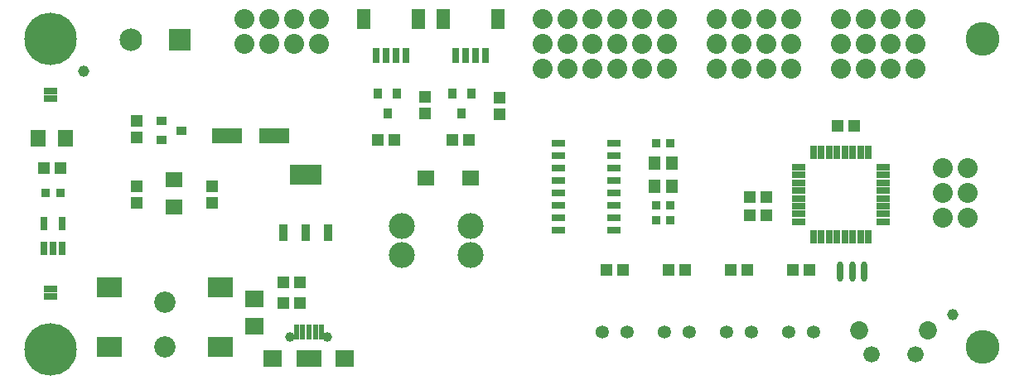
<source format=gts>
G04 #@! TF.FileFunction,Soldermask,Top*
%FSLAX46Y46*%
G04 Gerber Fmt 4.6, Leading zero omitted, Abs format (unit mm)*
G04 Created by KiCad (PCBNEW 4.0.6) date 08/03/17 16:45:26*
%MOMM*%
%LPD*%
G01*
G04 APERTURE LIST*
%ADD10C,0.100000*%
%ADD11R,1.252220X1.150620*%
%ADD12R,1.351280X0.751840*%
%ADD13R,0.952400X0.902400*%
%ADD14R,0.701040X1.351280*%
%ADD15R,1.150620X1.252220*%
%ADD16R,0.949960X1.051560*%
%ADD17R,0.551180X1.600200*%
%ADD18R,1.950720X1.651000*%
%ADD19R,2.651760X1.651000*%
%ADD20C,1.000760*%
%ADD21R,2.550160X2.151380*%
%ADD22C,2.184400*%
%ADD23R,1.676400X1.620520*%
%ADD24R,3.152140X1.551940*%
%ADD25R,0.965200X1.676400*%
%ADD26R,3.276600X2.057400*%
%ADD27R,1.051560X0.949960*%
%ADD28O,0.601980X2.057400*%
%ADD29C,2.032000*%
%ADD30C,2.652400*%
%ADD31C,1.852400*%
%ADD32C,1.676400*%
%ADD33R,1.750060X1.551940*%
%ADD34R,1.551940X1.750060*%
%ADD35C,1.352400*%
%ADD36C,3.454400*%
%ADD37C,1.150620*%
%ADD38R,0.711200X1.422400*%
%ADD39R,1.422400X0.711200*%
%ADD40R,1.252220X1.351280*%
%ADD41R,0.751840X1.501140*%
%ADD42R,1.351280X2.151380*%
%ADD43R,2.302400X2.302400*%
%ADD44C,2.302400*%
%ADD45R,1.422400X0.787400*%
%ADD46C,5.352400*%
%ADD47C,0.652400*%
%ADD48R,1.950720X1.750060*%
G04 APERTURE END LIST*
D10*
D11*
X179999640Y-106172000D03*
X181696360Y-106172000D03*
X175346360Y-106172000D03*
X173649640Y-106172000D03*
D12*
X161676080Y-102108000D03*
X161676080Y-100838000D03*
X161676080Y-99568000D03*
X161676080Y-98298000D03*
X161676080Y-97028000D03*
X161676080Y-95758000D03*
X161676080Y-94488000D03*
X161676080Y-93218000D03*
X156077920Y-93218000D03*
X156077920Y-94488000D03*
X156077920Y-95758000D03*
X156077920Y-97028000D03*
X156077920Y-98298000D03*
X156077920Y-99568000D03*
X156077920Y-100838000D03*
X156077920Y-102108000D03*
D11*
X160949640Y-106172000D03*
X162646360Y-106172000D03*
X168996360Y-106172000D03*
X167299640Y-106172000D03*
X186268360Y-91440000D03*
X184571640Y-91440000D03*
X177292000Y-100584000D03*
X175595280Y-100584000D03*
X175595280Y-98679000D03*
X177292000Y-98679000D03*
D13*
X166001000Y-101092000D03*
X167501000Y-101092000D03*
X167501000Y-99568000D03*
X166001000Y-99568000D03*
D14*
X103418640Y-103964740D03*
X104368600Y-103964740D03*
X105316020Y-103964740D03*
X105316020Y-101368860D03*
X103418640Y-101368860D03*
D13*
X105156000Y-98298000D03*
X103656000Y-98298000D03*
X166001000Y-93218000D03*
X167501000Y-93218000D03*
D11*
X137607040Y-92837000D03*
X139303760Y-92837000D03*
D15*
X142392400Y-90170000D03*
X142392400Y-88473280D03*
D11*
X145201640Y-92837000D03*
X146898360Y-92837000D03*
D15*
X149987000Y-90195400D03*
X149987000Y-88498680D03*
D16*
X147111720Y-88087200D03*
X145211800Y-88087200D03*
X146161760Y-90185240D03*
X139506960Y-88074500D03*
X137607040Y-88074500D03*
X138557000Y-90172540D03*
D11*
X127929640Y-109524800D03*
X129626360Y-109524800D03*
X129626360Y-107442000D03*
X127929640Y-107442000D03*
D17*
X130543300Y-112466120D03*
X129895600Y-112466120D03*
X131841240Y-112466120D03*
X131191000Y-112466120D03*
D18*
X126860300Y-115189000D03*
X134226300Y-115189000D03*
D19*
X130543300Y-115189000D03*
D17*
X129245360Y-112466120D03*
D20*
X128643380Y-112989360D03*
X132443220Y-112989360D03*
D21*
X121523760Y-114046000D03*
X121523760Y-107947460D03*
X110124240Y-114046000D03*
X110124240Y-107947460D03*
D22*
X115824000Y-114046000D03*
X115824000Y-109474000D03*
D23*
X147055840Y-96774000D03*
X142504160Y-96774000D03*
D24*
X127000000Y-92456000D03*
X122204480Y-92456000D03*
D25*
X127904240Y-102334060D03*
X130175000Y-102334060D03*
X132461000Y-102334060D03*
D26*
X130175000Y-96395540D03*
D15*
X120650000Y-99273360D03*
X120650000Y-97576640D03*
X112903000Y-97576640D03*
X112903000Y-99273360D03*
D27*
X115443000Y-90932000D03*
X115443000Y-92829380D03*
X117541040Y-91881960D03*
D15*
X112903000Y-90932000D03*
X112903000Y-92628720D03*
D11*
X105156000Y-95758000D03*
X103459280Y-95758000D03*
D28*
X184856120Y-106299000D03*
X186055000Y-106299000D03*
X187253880Y-106299000D03*
D29*
X184912000Y-85598000D03*
X187452000Y-85598000D03*
X189992000Y-85598000D03*
X192532000Y-85598000D03*
X184912000Y-83058000D03*
X187452000Y-83058000D03*
X189992000Y-83058000D03*
X192532000Y-83058000D03*
X184912000Y-80518000D03*
X187452000Y-80518000D03*
X189992000Y-80518000D03*
X192532000Y-80518000D03*
X172212000Y-85598000D03*
X174752000Y-85598000D03*
X177292000Y-85598000D03*
X179832000Y-85598000D03*
X172212000Y-83058000D03*
X174752000Y-83058000D03*
X177292000Y-83058000D03*
X179832000Y-83058000D03*
X172212000Y-80518000D03*
X174752000Y-80518000D03*
X177292000Y-80518000D03*
X179832000Y-80518000D03*
X154432000Y-85598000D03*
X156972000Y-85598000D03*
X159512000Y-85598000D03*
X162052000Y-85598000D03*
X164592000Y-85598000D03*
X167132000Y-85598000D03*
X154432000Y-83058000D03*
X156972000Y-83058000D03*
X159512000Y-83058000D03*
X162052000Y-83058000D03*
X164592000Y-83058000D03*
X167132000Y-83058000D03*
X154432000Y-80518000D03*
X156972000Y-80518000D03*
X159512000Y-80518000D03*
X162052000Y-80518000D03*
X164592000Y-80518000D03*
X167132000Y-80518000D03*
X123952000Y-83058000D03*
X126492000Y-83058000D03*
X129032000Y-83058000D03*
X131572000Y-83058000D03*
X131572000Y-80518000D03*
X129032000Y-80518000D03*
X126492000Y-80518000D03*
X123952000Y-80518000D03*
D30*
X147066000Y-101648000D03*
X140066000Y-101648000D03*
X147066000Y-104648000D03*
X140066000Y-104648000D03*
D31*
X193782000Y-112308000D03*
D32*
X192532000Y-114808000D03*
X188032000Y-114808000D03*
D31*
X186782000Y-112308000D03*
D33*
X116713000Y-96895920D03*
X116713000Y-99695000D03*
D34*
X105664000Y-92710000D03*
X102864920Y-92710000D03*
D35*
X182118000Y-112522000D03*
X179578000Y-112522000D03*
X175768000Y-112522000D03*
X173228000Y-112522000D03*
D36*
X199390000Y-114046000D03*
X199390000Y-82550000D03*
D37*
X107505500Y-85852000D03*
X196342000Y-110744000D03*
D38*
X182112920Y-102717600D03*
X182913020Y-102717600D03*
X183713120Y-102717600D03*
X184513220Y-102717600D03*
X185310780Y-102717600D03*
X186110880Y-102717600D03*
X186910980Y-102717600D03*
X187711080Y-102717600D03*
D39*
X189204600Y-101224080D03*
X189204600Y-100423980D03*
X189204600Y-99623880D03*
X189204600Y-98823780D03*
X189204600Y-98026220D03*
X189204600Y-97226120D03*
X189204600Y-96426020D03*
X189204600Y-95625920D03*
D38*
X187711080Y-94134940D03*
X186910980Y-94134940D03*
X186110880Y-94134940D03*
X185310780Y-94134940D03*
X184513220Y-94134940D03*
X183713120Y-94134940D03*
X182913020Y-94134940D03*
X182112920Y-94134940D03*
D39*
X180621940Y-95625920D03*
X180621940Y-96426020D03*
X180621940Y-97226120D03*
X180621940Y-98026220D03*
X180621940Y-98823780D03*
X180621940Y-99623880D03*
X180621940Y-100423980D03*
X180621940Y-101224080D03*
D40*
X165877240Y-95219520D03*
X165877240Y-97566480D03*
X167624760Y-97566480D03*
X167624760Y-95219520D03*
D35*
X163068000Y-112522000D03*
X160528000Y-112522000D03*
X169418000Y-112522000D03*
X166878000Y-112522000D03*
D41*
X148559520Y-84190840D03*
X147558760Y-84190840D03*
X146563080Y-84190840D03*
X145562320Y-84190840D03*
D42*
X144261840Y-80518000D03*
X149860000Y-80518000D03*
D41*
X140441680Y-84190840D03*
X139440920Y-84190840D03*
X138445240Y-84190840D03*
X137444480Y-84190840D03*
D42*
X136144000Y-80518000D03*
X141742160Y-80518000D03*
D43*
X117348000Y-82575400D03*
D44*
X112349280Y-82575400D03*
D45*
X104140000Y-87833200D03*
X104140000Y-88646000D03*
X104140000Y-108864400D03*
X104140000Y-108051600D03*
D46*
X104140000Y-82550000D03*
D47*
X106172000Y-82550000D03*
X102108000Y-82550000D03*
X104140000Y-80518000D03*
X104140000Y-84582000D03*
X105664000Y-84074000D03*
X105664000Y-81026000D03*
X102616000Y-81026000D03*
X102616000Y-84074000D03*
D46*
X104140000Y-114300000D03*
D47*
X106172000Y-114300000D03*
X102108000Y-114300000D03*
X104140000Y-112268000D03*
X104140000Y-116332000D03*
X105664000Y-115824000D03*
X105664000Y-112776000D03*
X102616000Y-112776000D03*
X102616000Y-115824000D03*
D48*
X124968000Y-109090460D03*
X124968000Y-111889540D03*
D29*
X195326000Y-95758000D03*
X197866000Y-95758000D03*
X195326000Y-98298000D03*
X197866000Y-98298000D03*
X195326000Y-100838000D03*
X197866000Y-100838000D03*
M02*

</source>
